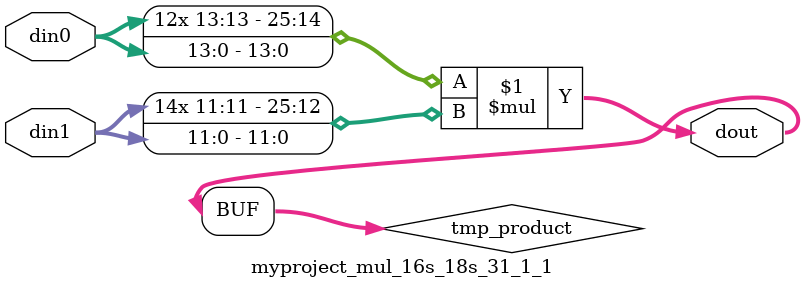
<source format=v>

`timescale 1 ns / 1 ps

  module myproject_mul_16s_18s_31_1_1(din0, din1, dout);
parameter ID = 1;
parameter NUM_STAGE = 0;
parameter din0_WIDTH = 14;
parameter din1_WIDTH = 12;
parameter dout_WIDTH = 26;

input [din0_WIDTH - 1 : 0] din0; 
input [din1_WIDTH - 1 : 0] din1; 
output [dout_WIDTH - 1 : 0] dout;

wire signed [dout_WIDTH - 1 : 0] tmp_product;













assign tmp_product = $signed(din0) * $signed(din1);








assign dout = tmp_product;







endmodule

</source>
